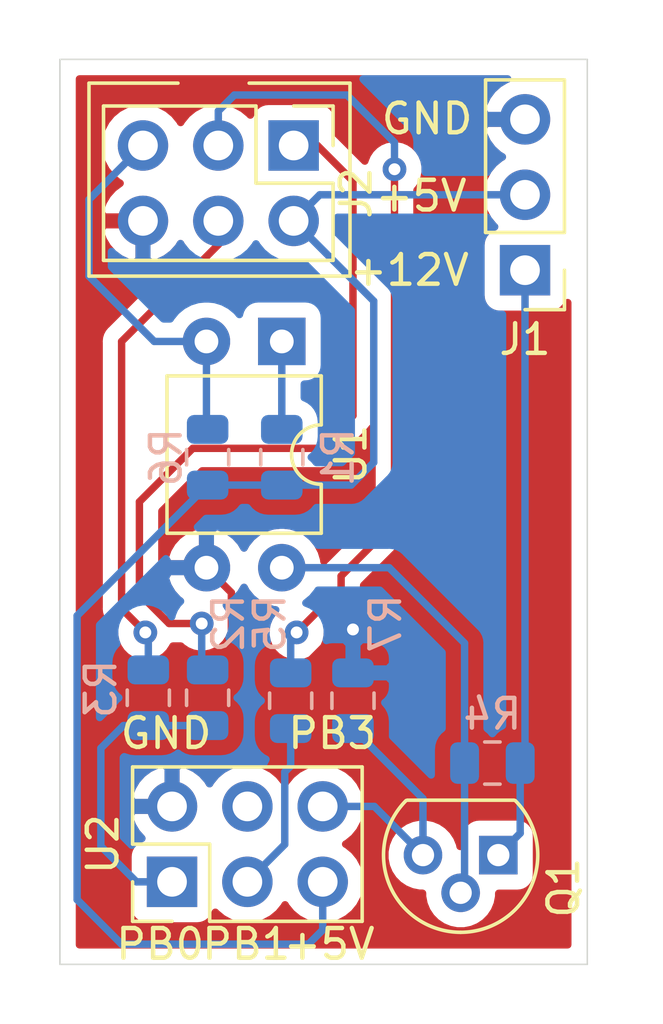
<source format=kicad_pcb>
(kicad_pcb (version 20171130) (host pcbnew "(5.1.2)-1")

  (general
    (thickness 1.6)
    (drawings 17)
    (tracks 85)
    (zones 0)
    (modules 12)
    (nets 14)
  )

  (page A4)
  (layers
    (0 F.Cu signal)
    (31 B.Cu signal)
    (32 B.Adhes user)
    (33 F.Adhes user)
    (34 B.Paste user)
    (35 F.Paste user)
    (36 B.SilkS user)
    (37 F.SilkS user)
    (38 B.Mask user)
    (39 F.Mask user)
    (40 Dwgs.User user)
    (41 Cmts.User user)
    (42 Eco1.User user)
    (43 Eco2.User user)
    (44 Edge.Cuts user)
    (45 Margin user)
    (46 B.CrtYd user)
    (47 F.CrtYd user)
    (48 B.Fab user)
    (49 F.Fab user)
  )

  (setup
    (last_trace_width 0.2)
    (user_trace_width 0.2)
    (trace_clearance 0.2)
    (zone_clearance 0.508)
    (zone_45_only no)
    (trace_min 0.2)
    (via_size 0.8)
    (via_drill 0.4)
    (via_min_size 0.4)
    (via_min_drill 0.3)
    (user_via 0.51 0.3)
    (uvia_size 0.3)
    (uvia_drill 0.1)
    (uvias_allowed no)
    (uvia_min_size 0.2)
    (uvia_min_drill 0.1)
    (edge_width 0.05)
    (segment_width 0.2)
    (pcb_text_width 0.3)
    (pcb_text_size 1.5 1.5)
    (mod_edge_width 0.12)
    (mod_text_size 1 1)
    (mod_text_width 0.15)
    (pad_size 1.524 1.524)
    (pad_drill 0.762)
    (pad_to_mask_clearance 0.051)
    (solder_mask_min_width 0.25)
    (aux_axis_origin 0 0)
    (visible_elements FFFFFF7F)
    (pcbplotparams
      (layerselection 0x010fc_ffffffff)
      (usegerberextensions false)
      (usegerberattributes false)
      (usegerberadvancedattributes false)
      (creategerberjobfile false)
      (excludeedgelayer true)
      (linewidth 0.100000)
      (plotframeref false)
      (viasonmask false)
      (mode 1)
      (useauxorigin false)
      (hpglpennumber 1)
      (hpglpenspeed 20)
      (hpglpendiameter 15.000000)
      (psnegative false)
      (psa4output false)
      (plotreference true)
      (plotvalue true)
      (plotinvisibletext false)
      (padsonsilk false)
      (subtractmaskfromsilk false)
      (outputformat 1)
      (mirror false)
      (drillshape 1)
      (scaleselection 1)
      (outputdirectory ""))
  )

  (net 0 "")
  (net 1 GND)
  (net 2 +5V)
  (net 3 +12V)
  (net 4 "Net-(J2-Pad5)")
  (net 5 "Net-(J2-Pad4)")
  (net 6 "Net-(J2-Pad3)")
  (net 7 "Net-(J2-Pad1)")
  (net 8 "Net-(Q1-Pad3)")
  (net 9 "Net-(Q1-Pad2)")
  (net 10 "Net-(R1-Pad1)")
  (net 11 "Net-(R2-Pad1)")
  (net 12 "Net-(R5-Pad1)")
  (net 13 "Net-(U2-Pad4)")

  (net_class Default "This is the default net class."
    (clearance 0.2)
    (trace_width 0.25)
    (via_dia 0.8)
    (via_drill 0.4)
    (uvia_dia 0.3)
    (uvia_drill 0.1)
    (add_net +12V)
    (add_net +5V)
    (add_net GND)
    (add_net "Net-(J2-Pad1)")
    (add_net "Net-(J2-Pad3)")
    (add_net "Net-(J2-Pad4)")
    (add_net "Net-(J2-Pad5)")
    (add_net "Net-(Q1-Pad2)")
    (add_net "Net-(Q1-Pad3)")
    (add_net "Net-(R1-Pad1)")
    (add_net "Net-(R2-Pad1)")
    (add_net "Net-(R5-Pad1)")
    (add_net "Net-(U2-Pad4)")
  )

  (module Resistor_SMD:R_0805_2012Metric (layer B.Cu) (tedit 5B36C52B) (tstamp 5D87B241)
    (at 165 102.3 90)
    (descr "Resistor SMD 0805 (2012 Metric), square (rectangular) end terminal, IPC_7351 nominal, (Body size source: https://docs.google.com/spreadsheets/d/1BsfQQcO9C6DZCsRaXUlFlo91Tg2WpOkGARC1WS5S8t0/edit?usp=sharing), generated with kicad-footprint-generator")
    (tags resistor)
    (path /5D8534B5)
    (attr smd)
    (fp_text reference R6 (at 0 -1.4 90) (layer B.SilkS)
      (effects (font (size 1 1) (thickness 0.15)) (justify mirror))
    )
    (fp_text value 10kR (at 0 -1.65 90) (layer B.Fab)
      (effects (font (size 1 1) (thickness 0.15)) (justify mirror))
    )
    (fp_text user %R (at 0 0 90) (layer B.Fab)
      (effects (font (size 0.5 0.5) (thickness 0.08)) (justify mirror))
    )
    (fp_line (start 1.68 -0.95) (end -1.68 -0.95) (layer B.CrtYd) (width 0.05))
    (fp_line (start 1.68 0.95) (end 1.68 -0.95) (layer B.CrtYd) (width 0.05))
    (fp_line (start -1.68 0.95) (end 1.68 0.95) (layer B.CrtYd) (width 0.05))
    (fp_line (start -1.68 -0.95) (end -1.68 0.95) (layer B.CrtYd) (width 0.05))
    (fp_line (start -0.258578 -0.71) (end 0.258578 -0.71) (layer B.SilkS) (width 0.12))
    (fp_line (start -0.258578 0.71) (end 0.258578 0.71) (layer B.SilkS) (width 0.12))
    (fp_line (start 1 -0.6) (end -1 -0.6) (layer B.Fab) (width 0.1))
    (fp_line (start 1 0.6) (end 1 -0.6) (layer B.Fab) (width 0.1))
    (fp_line (start -1 0.6) (end 1 0.6) (layer B.Fab) (width 0.1))
    (fp_line (start -1 -0.6) (end -1 0.6) (layer B.Fab) (width 0.1))
    (pad 2 smd roundrect (at 0.9375 0 90) (size 0.975 1.4) (layers B.Cu B.Paste B.Mask) (roundrect_rratio 0.25)
      (net 4 "Net-(J2-Pad5)"))
    (pad 1 smd roundrect (at -0.9375 0 90) (size 0.975 1.4) (layers B.Cu B.Paste B.Mask) (roundrect_rratio 0.25)
      (net 2 +5V))
    (model ${KISYS3DMOD}/Resistor_SMD.3dshapes/R_0805_2012Metric.wrl
      (at (xyz 0 0 0))
      (scale (xyz 1 1 1))
      (rotate (xyz 0 0 0))
    )
  )

  (module Connector_PinHeader_2.54mm:PinHeader_2x03_P2.54mm_Vertical (layer F.Cu) (tedit 59FED5CC) (tstamp 5D87B286)
    (at 163.8 116.6 90)
    (descr "Through hole straight pin header, 2x03, 2.54mm pitch, double rows")
    (tags "Through hole pin header THT 2x03 2.54mm double row")
    (path /5D838E17)
    (fp_text reference U2 (at 1.27 -2.33 90) (layer F.SilkS)
      (effects (font (size 1 1) (thickness 0.15)))
    )
    (fp_text value ATtiny10-TS (at 1.27 7.41 90) (layer F.Fab)
      (effects (font (size 1 1) (thickness 0.15)))
    )
    (fp_text user %R (at 1.27 2.54) (layer F.Fab)
      (effects (font (size 1 1) (thickness 0.15)))
    )
    (fp_line (start 4.35 -1.8) (end -1.8 -1.8) (layer F.CrtYd) (width 0.05))
    (fp_line (start 4.35 6.85) (end 4.35 -1.8) (layer F.CrtYd) (width 0.05))
    (fp_line (start -1.8 6.85) (end 4.35 6.85) (layer F.CrtYd) (width 0.05))
    (fp_line (start -1.8 -1.8) (end -1.8 6.85) (layer F.CrtYd) (width 0.05))
    (fp_line (start -1.33 -1.33) (end 0 -1.33) (layer F.SilkS) (width 0.12))
    (fp_line (start -1.33 0) (end -1.33 -1.33) (layer F.SilkS) (width 0.12))
    (fp_line (start 1.27 -1.33) (end 3.87 -1.33) (layer F.SilkS) (width 0.12))
    (fp_line (start 1.27 1.27) (end 1.27 -1.33) (layer F.SilkS) (width 0.12))
    (fp_line (start -1.33 1.27) (end 1.27 1.27) (layer F.SilkS) (width 0.12))
    (fp_line (start 3.87 -1.33) (end 3.87 6.41) (layer F.SilkS) (width 0.12))
    (fp_line (start -1.33 1.27) (end -1.33 6.41) (layer F.SilkS) (width 0.12))
    (fp_line (start -1.33 6.41) (end 3.87 6.41) (layer F.SilkS) (width 0.12))
    (fp_line (start -1.27 0) (end 0 -1.27) (layer F.Fab) (width 0.1))
    (fp_line (start -1.27 6.35) (end -1.27 0) (layer F.Fab) (width 0.1))
    (fp_line (start 3.81 6.35) (end -1.27 6.35) (layer F.Fab) (width 0.1))
    (fp_line (start 3.81 -1.27) (end 3.81 6.35) (layer F.Fab) (width 0.1))
    (fp_line (start 0 -1.27) (end 3.81 -1.27) (layer F.Fab) (width 0.1))
    (pad 6 thru_hole oval (at 2.54 5.08 90) (size 1.7 1.7) (drill 1) (layers *.Cu *.Mask)
      (net 8 "Net-(Q1-Pad3)"))
    (pad 5 thru_hole oval (at 0 5.08 90) (size 1.7 1.7) (drill 1) (layers *.Cu *.Mask)
      (net 2 +5V))
    (pad 4 thru_hole oval (at 2.54 2.54 90) (size 1.7 1.7) (drill 1) (layers *.Cu *.Mask)
      (net 13 "Net-(U2-Pad4)"))
    (pad 3 thru_hole oval (at 0 2.54 90) (size 1.7 1.7) (drill 1) (layers *.Cu *.Mask)
      (net 12 "Net-(R5-Pad1)"))
    (pad 2 thru_hole oval (at 2.54 0 90) (size 1.7 1.7) (drill 1) (layers *.Cu *.Mask)
      (net 1 GND))
    (pad 1 thru_hole rect (at 0 0 90) (size 1.7 1.7) (drill 1) (layers *.Cu *.Mask)
      (net 11 "Net-(R2-Pad1)"))
    (model ${KISYS3DMOD}/Connector_PinHeader_2.54mm.3dshapes/PinHeader_2x03_P2.54mm_Vertical.wrl
      (at (xyz 0 0 0))
      (scale (xyz 1 1 1))
      (rotate (xyz 0 0 0))
    )
  )

  (module Package_DIP:DIP-4_W7.62mm (layer F.Cu) (tedit 5A02E8C5) (tstamp 5D87B26A)
    (at 167.5 98.4 270)
    (descr "4-lead though-hole mounted DIP package, row spacing 7.62 mm (300 mils)")
    (tags "THT DIP DIL PDIP 2.54mm 7.62mm 300mil")
    (path /5D876453)
    (fp_text reference U1 (at 3.81 -2.33 90) (layer F.SilkS)
      (effects (font (size 1 1) (thickness 0.15)))
    )
    (fp_text value SFH617A-1 (at 3.81 4.87 90) (layer F.Fab)
      (effects (font (size 1 1) (thickness 0.15)))
    )
    (fp_text user %R (at 3.81 1.27 90) (layer F.Fab)
      (effects (font (size 1 1) (thickness 0.15)))
    )
    (fp_line (start 8.7 -1.55) (end -1.1 -1.55) (layer F.CrtYd) (width 0.05))
    (fp_line (start 8.7 4.1) (end 8.7 -1.55) (layer F.CrtYd) (width 0.05))
    (fp_line (start -1.1 4.1) (end 8.7 4.1) (layer F.CrtYd) (width 0.05))
    (fp_line (start -1.1 -1.55) (end -1.1 4.1) (layer F.CrtYd) (width 0.05))
    (fp_line (start 6.46 -1.33) (end 4.81 -1.33) (layer F.SilkS) (width 0.12))
    (fp_line (start 6.46 3.87) (end 6.46 -1.33) (layer F.SilkS) (width 0.12))
    (fp_line (start 1.16 3.87) (end 6.46 3.87) (layer F.SilkS) (width 0.12))
    (fp_line (start 1.16 -1.33) (end 1.16 3.87) (layer F.SilkS) (width 0.12))
    (fp_line (start 2.81 -1.33) (end 1.16 -1.33) (layer F.SilkS) (width 0.12))
    (fp_line (start 0.635 -0.27) (end 1.635 -1.27) (layer F.Fab) (width 0.1))
    (fp_line (start 0.635 3.81) (end 0.635 -0.27) (layer F.Fab) (width 0.1))
    (fp_line (start 6.985 3.81) (end 0.635 3.81) (layer F.Fab) (width 0.1))
    (fp_line (start 6.985 -1.27) (end 6.985 3.81) (layer F.Fab) (width 0.1))
    (fp_line (start 1.635 -1.27) (end 6.985 -1.27) (layer F.Fab) (width 0.1))
    (fp_arc (start 3.81 -1.33) (end 2.81 -1.33) (angle -180) (layer F.SilkS) (width 0.12))
    (pad 4 thru_hole oval (at 7.62 0 270) (size 1.6 1.6) (drill 0.8) (layers *.Cu *.Mask)
      (net 9 "Net-(Q1-Pad2)"))
    (pad 2 thru_hole oval (at 0 2.54 270) (size 1.6 1.6) (drill 0.8) (layers *.Cu *.Mask)
      (net 4 "Net-(J2-Pad5)"))
    (pad 3 thru_hole oval (at 7.62 2.54 270) (size 1.6 1.6) (drill 0.8) (layers *.Cu *.Mask)
      (net 1 GND))
    (pad 1 thru_hole rect (at 0 0 270) (size 1.6 1.6) (drill 0.8) (layers *.Cu *.Mask)
      (net 10 "Net-(R1-Pad1)"))
    (model ${KISYS3DMOD}/Package_DIP.3dshapes/DIP-4_W7.62mm.wrl
      (at (xyz 0 0 0))
      (scale (xyz 1 1 1))
      (rotate (xyz 0 0 0))
    )
  )

  (module Resistor_SMD:R_0805_2012Metric (layer B.Cu) (tedit 5B36C52B) (tstamp 5D87B252)
    (at 169.9 110.5 270)
    (descr "Resistor SMD 0805 (2012 Metric), square (rectangular) end terminal, IPC_7351 nominal, (Body size source: https://docs.google.com/spreadsheets/d/1BsfQQcO9C6DZCsRaXUlFlo91Tg2WpOkGARC1WS5S8t0/edit?usp=sharing), generated with kicad-footprint-generator")
    (tags resistor)
    (path /5D855164)
    (attr smd)
    (fp_text reference R7 (at -2.6 -1.1 270) (layer B.SilkS)
      (effects (font (size 1 1) (thickness 0.15)) (justify mirror))
    )
    (fp_text value 10kR (at 0 -1.65 270) (layer B.Fab)
      (effects (font (size 1 1) (thickness 0.15)) (justify mirror))
    )
    (fp_text user %R (at 0 0 270) (layer B.Fab)
      (effects (font (size 0.5 0.5) (thickness 0.08)) (justify mirror))
    )
    (fp_line (start 1.68 -0.95) (end -1.68 -0.95) (layer B.CrtYd) (width 0.05))
    (fp_line (start 1.68 0.95) (end 1.68 -0.95) (layer B.CrtYd) (width 0.05))
    (fp_line (start -1.68 0.95) (end 1.68 0.95) (layer B.CrtYd) (width 0.05))
    (fp_line (start -1.68 -0.95) (end -1.68 0.95) (layer B.CrtYd) (width 0.05))
    (fp_line (start -0.258578 -0.71) (end 0.258578 -0.71) (layer B.SilkS) (width 0.12))
    (fp_line (start -0.258578 0.71) (end 0.258578 0.71) (layer B.SilkS) (width 0.12))
    (fp_line (start 1 -0.6) (end -1 -0.6) (layer B.Fab) (width 0.1))
    (fp_line (start 1 0.6) (end 1 -0.6) (layer B.Fab) (width 0.1))
    (fp_line (start -1 0.6) (end 1 0.6) (layer B.Fab) (width 0.1))
    (fp_line (start -1 -0.6) (end -1 0.6) (layer B.Fab) (width 0.1))
    (pad 2 smd roundrect (at 0.9375 0 270) (size 0.975 1.4) (layers B.Cu B.Paste B.Mask) (roundrect_rratio 0.25)
      (net 8 "Net-(Q1-Pad3)"))
    (pad 1 smd roundrect (at -0.9375 0 270) (size 0.975 1.4) (layers B.Cu B.Paste B.Mask) (roundrect_rratio 0.25)
      (net 1 GND))
    (model ${KISYS3DMOD}/Resistor_SMD.3dshapes/R_0805_2012Metric.wrl
      (at (xyz 0 0 0))
      (scale (xyz 1 1 1))
      (rotate (xyz 0 0 0))
    )
  )

  (module Resistor_SMD:R_0805_2012Metric (layer B.Cu) (tedit 5B36C52B) (tstamp 5D87B230)
    (at 167.8 110.5 90)
    (descr "Resistor SMD 0805 (2012 Metric), square (rectangular) end terminal, IPC_7351 nominal, (Body size source: https://docs.google.com/spreadsheets/d/1BsfQQcO9C6DZCsRaXUlFlo91Tg2WpOkGARC1WS5S8t0/edit?usp=sharing), generated with kicad-footprint-generator")
    (tags resistor)
    (path /5D83286D)
    (attr smd)
    (fp_text reference R5 (at 2.6 -0.7 90) (layer B.SilkS)
      (effects (font (size 1 1) (thickness 0.15)) (justify mirror))
    )
    (fp_text value 10kR (at 0 -1.65 90) (layer B.Fab)
      (effects (font (size 1 1) (thickness 0.15)) (justify mirror))
    )
    (fp_text user %R (at 0 0 90) (layer B.Fab)
      (effects (font (size 0.5 0.5) (thickness 0.08)) (justify mirror))
    )
    (fp_line (start 1.68 -0.95) (end -1.68 -0.95) (layer B.CrtYd) (width 0.05))
    (fp_line (start 1.68 0.95) (end 1.68 -0.95) (layer B.CrtYd) (width 0.05))
    (fp_line (start -1.68 0.95) (end 1.68 0.95) (layer B.CrtYd) (width 0.05))
    (fp_line (start -1.68 -0.95) (end -1.68 0.95) (layer B.CrtYd) (width 0.05))
    (fp_line (start -0.258578 -0.71) (end 0.258578 -0.71) (layer B.SilkS) (width 0.12))
    (fp_line (start -0.258578 0.71) (end 0.258578 0.71) (layer B.SilkS) (width 0.12))
    (fp_line (start 1 -0.6) (end -1 -0.6) (layer B.Fab) (width 0.1))
    (fp_line (start 1 0.6) (end 1 -0.6) (layer B.Fab) (width 0.1))
    (fp_line (start -1 0.6) (end 1 0.6) (layer B.Fab) (width 0.1))
    (fp_line (start -1 -0.6) (end -1 0.6) (layer B.Fab) (width 0.1))
    (pad 2 smd roundrect (at 0.9375 0 90) (size 0.975 1.4) (layers B.Cu B.Paste B.Mask) (roundrect_rratio 0.25)
      (net 6 "Net-(J2-Pad3)"))
    (pad 1 smd roundrect (at -0.9375 0 90) (size 0.975 1.4) (layers B.Cu B.Paste B.Mask) (roundrect_rratio 0.25)
      (net 12 "Net-(R5-Pad1)"))
    (model ${KISYS3DMOD}/Resistor_SMD.3dshapes/R_0805_2012Metric.wrl
      (at (xyz 0 0 0))
      (scale (xyz 1 1 1))
      (rotate (xyz 0 0 0))
    )
  )

  (module Resistor_SMD:R_0805_2012Metric (layer B.Cu) (tedit 5B36C52B) (tstamp 5D87B21F)
    (at 174.6 112.6 180)
    (descr "Resistor SMD 0805 (2012 Metric), square (rectangular) end terminal, IPC_7351 nominal, (Body size source: https://docs.google.com/spreadsheets/d/1BsfQQcO9C6DZCsRaXUlFlo91Tg2WpOkGARC1WS5S8t0/edit?usp=sharing), generated with kicad-footprint-generator")
    (tags resistor)
    (path /5D83B73D)
    (attr smd)
    (fp_text reference R4 (at 0 1.65) (layer B.SilkS)
      (effects (font (size 1 1) (thickness 0.15)) (justify mirror))
    )
    (fp_text value 10kR (at 0 -1.65) (layer B.Fab)
      (effects (font (size 1 1) (thickness 0.15)) (justify mirror))
    )
    (fp_text user %R (at 0 0) (layer B.Fab)
      (effects (font (size 0.5 0.5) (thickness 0.08)) (justify mirror))
    )
    (fp_line (start 1.68 -0.95) (end -1.68 -0.95) (layer B.CrtYd) (width 0.05))
    (fp_line (start 1.68 0.95) (end 1.68 -0.95) (layer B.CrtYd) (width 0.05))
    (fp_line (start -1.68 0.95) (end 1.68 0.95) (layer B.CrtYd) (width 0.05))
    (fp_line (start -1.68 -0.95) (end -1.68 0.95) (layer B.CrtYd) (width 0.05))
    (fp_line (start -0.258578 -0.71) (end 0.258578 -0.71) (layer B.SilkS) (width 0.12))
    (fp_line (start -0.258578 0.71) (end 0.258578 0.71) (layer B.SilkS) (width 0.12))
    (fp_line (start 1 -0.6) (end -1 -0.6) (layer B.Fab) (width 0.1))
    (fp_line (start 1 0.6) (end 1 -0.6) (layer B.Fab) (width 0.1))
    (fp_line (start -1 0.6) (end 1 0.6) (layer B.Fab) (width 0.1))
    (fp_line (start -1 -0.6) (end -1 0.6) (layer B.Fab) (width 0.1))
    (pad 2 smd roundrect (at 0.9375 0 180) (size 0.975 1.4) (layers B.Cu B.Paste B.Mask) (roundrect_rratio 0.25)
      (net 9 "Net-(Q1-Pad2)"))
    (pad 1 smd roundrect (at -0.9375 0 180) (size 0.975 1.4) (layers B.Cu B.Paste B.Mask) (roundrect_rratio 0.25)
      (net 3 +12V))
    (model ${KISYS3DMOD}/Resistor_SMD.3dshapes/R_0805_2012Metric.wrl
      (at (xyz 0 0 0))
      (scale (xyz 1 1 1))
      (rotate (xyz 0 0 0))
    )
  )

  (module Resistor_SMD:R_0805_2012Metric (layer B.Cu) (tedit 5B36C52B) (tstamp 5D87B20E)
    (at 163 110.4 90)
    (descr "Resistor SMD 0805 (2012 Metric), square (rectangular) end terminal, IPC_7351 nominal, (Body size source: https://docs.google.com/spreadsheets/d/1BsfQQcO9C6DZCsRaXUlFlo91Tg2WpOkGARC1WS5S8t0/edit?usp=sharing), generated with kicad-footprint-generator")
    (tags resistor)
    (path /5D83DECE)
    (attr smd)
    (fp_text reference R3 (at 0.3 -1.6 90) (layer B.SilkS)
      (effects (font (size 1 1) (thickness 0.15)) (justify mirror))
    )
    (fp_text value 10kR (at 0 -1.65 90) (layer B.Fab)
      (effects (font (size 1 1) (thickness 0.15)) (justify mirror))
    )
    (fp_text user %R (at 0 0 90) (layer B.Fab)
      (effects (font (size 0.5 0.5) (thickness 0.08)) (justify mirror))
    )
    (fp_line (start 1.68 -0.95) (end -1.68 -0.95) (layer B.CrtYd) (width 0.05))
    (fp_line (start 1.68 0.95) (end 1.68 -0.95) (layer B.CrtYd) (width 0.05))
    (fp_line (start -1.68 0.95) (end 1.68 0.95) (layer B.CrtYd) (width 0.05))
    (fp_line (start -1.68 -0.95) (end -1.68 0.95) (layer B.CrtYd) (width 0.05))
    (fp_line (start -0.258578 -0.71) (end 0.258578 -0.71) (layer B.SilkS) (width 0.12))
    (fp_line (start -0.258578 0.71) (end 0.258578 0.71) (layer B.SilkS) (width 0.12))
    (fp_line (start 1 -0.6) (end -1 -0.6) (layer B.Fab) (width 0.1))
    (fp_line (start 1 0.6) (end 1 -0.6) (layer B.Fab) (width 0.1))
    (fp_line (start -1 0.6) (end 1 0.6) (layer B.Fab) (width 0.1))
    (fp_line (start -1 -0.6) (end -1 0.6) (layer B.Fab) (width 0.1))
    (pad 2 smd roundrect (at 0.9375 0 90) (size 0.975 1.4) (layers B.Cu B.Paste B.Mask) (roundrect_rratio 0.25)
      (net 5 "Net-(J2-Pad4)"))
    (pad 1 smd roundrect (at -0.9375 0 90) (size 0.975 1.4) (layers B.Cu B.Paste B.Mask) (roundrect_rratio 0.25)
      (net 11 "Net-(R2-Pad1)"))
    (model ${KISYS3DMOD}/Resistor_SMD.3dshapes/R_0805_2012Metric.wrl
      (at (xyz 0 0 0))
      (scale (xyz 1 1 1))
      (rotate (xyz 0 0 0))
    )
  )

  (module Resistor_SMD:R_0805_2012Metric (layer B.Cu) (tedit 5B36C52B) (tstamp 5D87B1FD)
    (at 165 110.4 90)
    (descr "Resistor SMD 0805 (2012 Metric), square (rectangular) end terminal, IPC_7351 nominal, (Body size source: https://docs.google.com/spreadsheets/d/1BsfQQcO9C6DZCsRaXUlFlo91Tg2WpOkGARC1WS5S8t0/edit?usp=sharing), generated with kicad-footprint-generator")
    (tags resistor)
    (path /5D83D49B)
    (attr smd)
    (fp_text reference R2 (at 2.5 0.7 90) (layer B.SilkS)
      (effects (font (size 1 1) (thickness 0.15)) (justify mirror))
    )
    (fp_text value 10kR (at 0 -1.65 90) (layer B.Fab)
      (effects (font (size 1 1) (thickness 0.15)) (justify mirror))
    )
    (fp_text user %R (at 0 0 90) (layer B.Fab)
      (effects (font (size 0.5 0.5) (thickness 0.08)) (justify mirror))
    )
    (fp_line (start 1.68 -0.95) (end -1.68 -0.95) (layer B.CrtYd) (width 0.05))
    (fp_line (start 1.68 0.95) (end 1.68 -0.95) (layer B.CrtYd) (width 0.05))
    (fp_line (start -1.68 0.95) (end 1.68 0.95) (layer B.CrtYd) (width 0.05))
    (fp_line (start -1.68 -0.95) (end -1.68 0.95) (layer B.CrtYd) (width 0.05))
    (fp_line (start -0.258578 -0.71) (end 0.258578 -0.71) (layer B.SilkS) (width 0.12))
    (fp_line (start -0.258578 0.71) (end 0.258578 0.71) (layer B.SilkS) (width 0.12))
    (fp_line (start 1 -0.6) (end -1 -0.6) (layer B.Fab) (width 0.1))
    (fp_line (start 1 0.6) (end 1 -0.6) (layer B.Fab) (width 0.1))
    (fp_line (start -1 0.6) (end 1 0.6) (layer B.Fab) (width 0.1))
    (fp_line (start -1 -0.6) (end -1 0.6) (layer B.Fab) (width 0.1))
    (pad 2 smd roundrect (at 0.9375 0 90) (size 0.975 1.4) (layers B.Cu B.Paste B.Mask) (roundrect_rratio 0.25)
      (net 7 "Net-(J2-Pad1)"))
    (pad 1 smd roundrect (at -0.9375 0 90) (size 0.975 1.4) (layers B.Cu B.Paste B.Mask) (roundrect_rratio 0.25)
      (net 11 "Net-(R2-Pad1)"))
    (model ${KISYS3DMOD}/Resistor_SMD.3dshapes/R_0805_2012Metric.wrl
      (at (xyz 0 0 0))
      (scale (xyz 1 1 1))
      (rotate (xyz 0 0 0))
    )
  )

  (module Resistor_SMD:R_0805_2012Metric (layer B.Cu) (tedit 5B36C52B) (tstamp 5D87B1EC)
    (at 167.5 102.3 270)
    (descr "Resistor SMD 0805 (2012 Metric), square (rectangular) end terminal, IPC_7351 nominal, (Body size source: https://docs.google.com/spreadsheets/d/1BsfQQcO9C6DZCsRaXUlFlo91Tg2WpOkGARC1WS5S8t0/edit?usp=sharing), generated with kicad-footprint-generator")
    (tags resistor)
    (path /5D82FF76)
    (attr smd)
    (fp_text reference R1 (at 0 -1.9 270) (layer B.SilkS)
      (effects (font (size 1 1) (thickness 0.15)) (justify mirror))
    )
    (fp_text value 220R (at 0 -1.65 90) (layer B.Fab)
      (effects (font (size 1 1) (thickness 0.15)) (justify mirror))
    )
    (fp_text user %R (at 0 0 90) (layer B.Fab)
      (effects (font (size 0.5 0.5) (thickness 0.08)) (justify mirror))
    )
    (fp_line (start 1.68 -0.95) (end -1.68 -0.95) (layer B.CrtYd) (width 0.05))
    (fp_line (start 1.68 0.95) (end 1.68 -0.95) (layer B.CrtYd) (width 0.05))
    (fp_line (start -1.68 0.95) (end 1.68 0.95) (layer B.CrtYd) (width 0.05))
    (fp_line (start -1.68 -0.95) (end -1.68 0.95) (layer B.CrtYd) (width 0.05))
    (fp_line (start -0.258578 -0.71) (end 0.258578 -0.71) (layer B.SilkS) (width 0.12))
    (fp_line (start -0.258578 0.71) (end 0.258578 0.71) (layer B.SilkS) (width 0.12))
    (fp_line (start 1 -0.6) (end -1 -0.6) (layer B.Fab) (width 0.1))
    (fp_line (start 1 0.6) (end 1 -0.6) (layer B.Fab) (width 0.1))
    (fp_line (start -1 0.6) (end 1 0.6) (layer B.Fab) (width 0.1))
    (fp_line (start -1 -0.6) (end -1 0.6) (layer B.Fab) (width 0.1))
    (pad 2 smd roundrect (at 0.9375 0 270) (size 0.975 1.4) (layers B.Cu B.Paste B.Mask) (roundrect_rratio 0.25)
      (net 2 +5V))
    (pad 1 smd roundrect (at -0.9375 0 270) (size 0.975 1.4) (layers B.Cu B.Paste B.Mask) (roundrect_rratio 0.25)
      (net 10 "Net-(R1-Pad1)"))
    (model ${KISYS3DMOD}/Resistor_SMD.3dshapes/R_0805_2012Metric.wrl
      (at (xyz 0 0 0))
      (scale (xyz 1 1 1))
      (rotate (xyz 0 0 0))
    )
  )

  (module Package_TO_SOT_THT:TO-92 (layer F.Cu) (tedit 5A279852) (tstamp 5D87B1DB)
    (at 174.8 115.7 180)
    (descr "TO-92 leads molded, narrow, drill 0.75mm (see NXP sot054_po.pdf)")
    (tags "to-92 sc-43 sc-43a sot54 PA33 transistor")
    (path /5D8479CD)
    (fp_text reference Q1 (at -2.2 -1.1 90) (layer F.SilkS)
      (effects (font (size 1 1) (thickness 0.15)))
    )
    (fp_text value Q_PNP_EBC (at 1.27 2.79) (layer F.Fab)
      (effects (font (size 1 1) (thickness 0.15)))
    )
    (fp_arc (start 1.27 0) (end 1.27 -2.6) (angle 135) (layer F.SilkS) (width 0.12))
    (fp_arc (start 1.27 0) (end 1.27 -2.48) (angle -135) (layer F.Fab) (width 0.1))
    (fp_arc (start 1.27 0) (end 1.27 -2.6) (angle -135) (layer F.SilkS) (width 0.12))
    (fp_arc (start 1.27 0) (end 1.27 -2.48) (angle 135) (layer F.Fab) (width 0.1))
    (fp_line (start 4 2.01) (end -1.46 2.01) (layer F.CrtYd) (width 0.05))
    (fp_line (start 4 2.01) (end 4 -2.73) (layer F.CrtYd) (width 0.05))
    (fp_line (start -1.46 -2.73) (end -1.46 2.01) (layer F.CrtYd) (width 0.05))
    (fp_line (start -1.46 -2.73) (end 4 -2.73) (layer F.CrtYd) (width 0.05))
    (fp_line (start -0.5 1.75) (end 3 1.75) (layer F.Fab) (width 0.1))
    (fp_line (start -0.53 1.85) (end 3.07 1.85) (layer F.SilkS) (width 0.12))
    (fp_text user %R (at 1.27 -3.56) (layer F.Fab)
      (effects (font (size 1 1) (thickness 0.15)))
    )
    (pad 1 thru_hole rect (at 0 0 270) (size 1.3 1.3) (drill 0.75) (layers *.Cu *.Mask)
      (net 3 +12V))
    (pad 3 thru_hole circle (at 2.54 0 270) (size 1.3 1.3) (drill 0.75) (layers *.Cu *.Mask)
      (net 8 "Net-(Q1-Pad3)"))
    (pad 2 thru_hole circle (at 1.27 -1.27 270) (size 1.3 1.3) (drill 0.75) (layers *.Cu *.Mask)
      (net 9 "Net-(Q1-Pad2)"))
    (model ${KISYS3DMOD}/Package_TO_SOT_THT.3dshapes/TO-92.wrl
      (at (xyz 0 0 0))
      (scale (xyz 1 1 1))
      (rotate (xyz 0 0 0))
    )
  )

  (module Connector_PinHeader_2.54mm:PinHeader_2x03_P2.54mm_Vertical (layer F.Cu) (tedit 59FED5CC) (tstamp 5D87B1C9)
    (at 167.9 91.8 270)
    (descr "Through hole straight pin header, 2x03, 2.54mm pitch, double rows")
    (tags "Through hole pin header THT 2x03 2.54mm double row")
    (path /5D830D79)
    (fp_text reference J2 (at 1.6 -2.1 270) (layer F.SilkS)
      (effects (font (size 1 1) (thickness 0.15)))
    )
    (fp_text value AVR-ISP-6 (at 1.27 7.41 90) (layer F.Fab)
      (effects (font (size 1 1) (thickness 0.15)))
    )
    (fp_text user %R (at 1.27 2.54) (layer F.Fab)
      (effects (font (size 1 1) (thickness 0.15)))
    )
    (fp_line (start 4.35 -1.8) (end -1.8 -1.8) (layer F.CrtYd) (width 0.05))
    (fp_line (start 4.35 6.85) (end 4.35 -1.8) (layer F.CrtYd) (width 0.05))
    (fp_line (start -1.8 6.85) (end 4.35 6.85) (layer F.CrtYd) (width 0.05))
    (fp_line (start -1.8 -1.8) (end -1.8 6.85) (layer F.CrtYd) (width 0.05))
    (fp_line (start -1.33 -1.33) (end 0 -1.33) (layer F.SilkS) (width 0.12))
    (fp_line (start -1.33 0) (end -1.33 -1.33) (layer F.SilkS) (width 0.12))
    (fp_line (start 1.27 -1.33) (end 3.87 -1.33) (layer F.SilkS) (width 0.12))
    (fp_line (start 1.27 1.27) (end 1.27 -1.33) (layer F.SilkS) (width 0.12))
    (fp_line (start -1.33 1.27) (end 1.27 1.27) (layer F.SilkS) (width 0.12))
    (fp_line (start 3.87 -1.33) (end 3.87 6.41) (layer F.SilkS) (width 0.12))
    (fp_line (start -1.33 1.27) (end -1.33 6.41) (layer F.SilkS) (width 0.12))
    (fp_line (start -1.33 6.41) (end 3.87 6.41) (layer F.SilkS) (width 0.12))
    (fp_line (start -1.27 0) (end 0 -1.27) (layer F.Fab) (width 0.1))
    (fp_line (start -1.27 6.35) (end -1.27 0) (layer F.Fab) (width 0.1))
    (fp_line (start 3.81 6.35) (end -1.27 6.35) (layer F.Fab) (width 0.1))
    (fp_line (start 3.81 -1.27) (end 3.81 6.35) (layer F.Fab) (width 0.1))
    (fp_line (start 0 -1.27) (end 3.81 -1.27) (layer F.Fab) (width 0.1))
    (pad 6 thru_hole oval (at 2.54 5.08 270) (size 1.7 1.7) (drill 1) (layers *.Cu *.Mask)
      (net 1 GND))
    (pad 5 thru_hole oval (at 0 5.08 270) (size 1.7 1.7) (drill 1) (layers *.Cu *.Mask)
      (net 4 "Net-(J2-Pad5)"))
    (pad 4 thru_hole oval (at 2.54 2.54 270) (size 1.7 1.7) (drill 1) (layers *.Cu *.Mask)
      (net 5 "Net-(J2-Pad4)"))
    (pad 3 thru_hole oval (at 0 2.54 270) (size 1.7 1.7) (drill 1) (layers *.Cu *.Mask)
      (net 6 "Net-(J2-Pad3)"))
    (pad 2 thru_hole oval (at 2.54 0 270) (size 1.7 1.7) (drill 1) (layers *.Cu *.Mask)
      (net 2 +5V))
    (pad 1 thru_hole rect (at 0 0 270) (size 1.7 1.7) (drill 1) (layers *.Cu *.Mask)
      (net 7 "Net-(J2-Pad1)"))
    (model ${KISYS3DMOD}/Connector_PinHeader_2.54mm.3dshapes/PinHeader_2x03_P2.54mm_Vertical.wrl
      (at (xyz 0 0 0))
      (scale (xyz 1 1 1))
      (rotate (xyz 0 0 0))
    )
  )

  (module Connector_PinHeader_2.54mm:PinHeader_1x03_P2.54mm_Vertical (layer F.Cu) (tedit 59FED5CC) (tstamp 5D87B1AD)
    (at 175.7 96 180)
    (descr "Through hole straight pin header, 1x03, 2.54mm pitch, single row")
    (tags "Through hole pin header THT 1x03 2.54mm single row")
    (path /5D82E139)
    (fp_text reference J1 (at 0 -2.33) (layer F.SilkS)
      (effects (font (size 1 1) (thickness 0.15)))
    )
    (fp_text value Conn_01x03 (at 0 7.41) (layer F.Fab)
      (effects (font (size 1 1) (thickness 0.15)))
    )
    (fp_text user %R (at 0 2.54 90) (layer F.Fab)
      (effects (font (size 1 1) (thickness 0.15)))
    )
    (fp_line (start 1.8 -1.8) (end -1.8 -1.8) (layer F.CrtYd) (width 0.05))
    (fp_line (start 1.8 6.85) (end 1.8 -1.8) (layer F.CrtYd) (width 0.05))
    (fp_line (start -1.8 6.85) (end 1.8 6.85) (layer F.CrtYd) (width 0.05))
    (fp_line (start -1.8 -1.8) (end -1.8 6.85) (layer F.CrtYd) (width 0.05))
    (fp_line (start -1.33 -1.33) (end 0 -1.33) (layer F.SilkS) (width 0.12))
    (fp_line (start -1.33 0) (end -1.33 -1.33) (layer F.SilkS) (width 0.12))
    (fp_line (start -1.33 1.27) (end 1.33 1.27) (layer F.SilkS) (width 0.12))
    (fp_line (start 1.33 1.27) (end 1.33 6.41) (layer F.SilkS) (width 0.12))
    (fp_line (start -1.33 1.27) (end -1.33 6.41) (layer F.SilkS) (width 0.12))
    (fp_line (start -1.33 6.41) (end 1.33 6.41) (layer F.SilkS) (width 0.12))
    (fp_line (start -1.27 -0.635) (end -0.635 -1.27) (layer F.Fab) (width 0.1))
    (fp_line (start -1.27 6.35) (end -1.27 -0.635) (layer F.Fab) (width 0.1))
    (fp_line (start 1.27 6.35) (end -1.27 6.35) (layer F.Fab) (width 0.1))
    (fp_line (start 1.27 -1.27) (end 1.27 6.35) (layer F.Fab) (width 0.1))
    (fp_line (start -0.635 -1.27) (end 1.27 -1.27) (layer F.Fab) (width 0.1))
    (pad 3 thru_hole oval (at 0 5.08 180) (size 1.7 1.7) (drill 1) (layers *.Cu *.Mask)
      (net 1 GND))
    (pad 2 thru_hole oval (at 0 2.54 180) (size 1.7 1.7) (drill 1) (layers *.Cu *.Mask)
      (net 2 +5V))
    (pad 1 thru_hole rect (at 0 0 180) (size 1.7 1.7) (drill 1) (layers *.Cu *.Mask)
      (net 3 +12V))
    (model ${KISYS3DMOD}/Connector_PinHeader_2.54mm.3dshapes/PinHeader_1x03_P2.54mm_Vertical.wrl
      (at (xyz 0 0 0))
      (scale (xyz 1 1 1))
      (rotate (xyz 0 0 0))
    )
  )

  (gr_line (start 169.8 89.7) (end 166.4 89.7) (layer F.SilkS) (width 0.12))
  (gr_line (start 169.8 96.2) (end 169.8 89.7) (layer F.SilkS) (width 0.12))
  (gr_line (start 161 96.2) (end 169.8 96.2) (layer F.SilkS) (width 0.12))
  (gr_line (start 161 89.7) (end 161 96.2) (layer F.SilkS) (width 0.12))
  (gr_line (start 164 89.7) (end 161 89.7) (layer F.SilkS) (width 0.12))
  (gr_text PB3 (at 169.2 111.6) (layer F.SilkS)
    (effects (font (size 1 1) (thickness 0.15)))
  )
  (gr_text GND (at 163.6 111.6) (layer F.SilkS)
    (effects (font (size 1 1) (thickness 0.15)))
  )
  (gr_text PB0 (at 163.4 118.7) (layer F.SilkS)
    (effects (font (size 1 1) (thickness 0.15)))
  )
  (gr_text PB1 (at 166.3 118.7) (layer F.SilkS)
    (effects (font (size 1 1) (thickness 0.15)))
  )
  (gr_text +5V (at 169.1 118.7) (layer F.SilkS)
    (effects (font (size 1 1) (thickness 0.15)))
  )
  (gr_text +12V (at 171.8 96) (layer F.SilkS)
    (effects (font (size 1 1) (thickness 0.15)))
  )
  (gr_text +5V (at 172.2 93.5) (layer F.SilkS)
    (effects (font (size 1 1) (thickness 0.15)))
  )
  (gr_text GND (at 172.4 90.9) (layer F.SilkS)
    (effects (font (size 1 1) (thickness 0.15)))
  )
  (gr_line (start 177.8 88.9) (end 160.02 88.9) (layer Edge.Cuts) (width 0.05) (tstamp 5D87C5B4))
  (gr_line (start 177.8 119.38) (end 177.8 88.9) (layer Edge.Cuts) (width 0.05))
  (gr_line (start 160.02 119.38) (end 177.8 119.38) (layer Edge.Cuts) (width 0.05))
  (gr_line (start 160.02 88.9) (end 160.02 119.38) (layer Edge.Cuts) (width 0.05))

  (segment (start 165.8 106.86) (end 164.96 106.02) (width 0.25) (layer F.Cu) (net 1) (status 1000000))
  (segment (start 163.8 114.06) (end 163.8 112.1) (width 0.25) (layer F.Cu) (net 1) (status 1000000))
  (segment (start 163.8 112.1) (end 165.8 110.1) (width 0.25) (layer F.Cu) (net 1) (status 1000000))
  (segment (start 165.8 109.4) (end 165.8 106.86) (width 0.25) (layer F.Cu) (net 1) (status 1000000))
  (segment (start 165.8 110.1) (end 165.8 109.4) (width 0.25) (layer F.Cu) (net 1) (status 1000000))
  (segment (start 165.8 109.4) (end 168.2 109.4) (width 0.25) (layer F.Cu) (net 1) (status 1000000))
  (segment (start 169.5 108.1) (end 169.9 108.1) (width 0.25) (layer F.Cu) (net 1) (status 1000000))
  (segment (start 168.2 109.4) (end 169.5 108.1) (width 0.25) (layer F.Cu) (net 1) (status 1000000))
  (segment (start 169.9 108.1) (end 169.9 109.5625) (width 0.25) (layer B.Cu) (net 1) (status 1000000))
  (via (at 169.9 108.1) (size 0.8) (drill 0.4) (layers F.Cu B.Cu) (net 1))
  (segment (start 165 103.2375) (end 167.5 103.2375) (width 0.25) (layer B.Cu) (net 2))
  (segment (start 168.78 93.46) (end 167.9 94.34) (width 0.25) (layer B.Cu) (net 2))
  (segment (start 175.7 93.46) (end 168.78 93.46) (width 0.25) (layer B.Cu) (net 2))
  (segment (start 168.88 116.6) (end 168.88 118.22) (width 0.25) (layer B.Cu) (net 2))
  (segment (start 168.88 118.22) (end 168.4 118.7) (width 0.25) (layer B.Cu) (net 2))
  (segment (start 168.4 118.7) (end 162.1 118.7) (width 0.25) (layer B.Cu) (net 2))
  (segment (start 162.1 118.7) (end 160.6 117.2) (width 0.25) (layer B.Cu) (net 2))
  (segment (start 160.6 107.6375) (end 165 103.2375) (width 0.25) (layer B.Cu) (net 2))
  (segment (start 160.6 117.2) (end 160.6 107.6375) (width 0.25) (layer B.Cu) (net 2))
  (segment (start 167.5 103.2375) (end 169.8375 103.2375) (width 0.25) (layer B.Cu) (net 2))
  (segment (start 169.8375 103.2375) (end 170.6 102.475) (width 0.25) (layer B.Cu) (net 2))
  (segment (start 170.6 97.04) (end 167.9 94.34) (width 0.25) (layer B.Cu) (net 2))
  (segment (start 170.6 102.475) (end 170.6 97.04) (width 0.25) (layer B.Cu) (net 2))
  (segment (start 175.5375 114.9625) (end 174.8 115.7) (width 0.25) (layer B.Cu) (net 3))
  (segment (start 175.5375 112.6) (end 175.5375 114.9625) (width 0.25) (layer B.Cu) (net 3))
  (segment (start 175.7 112.4375) (end 175.5375 112.6) (width 0.25) (layer B.Cu) (net 3))
  (segment (start 175.7 96) (end 175.7 112.4375) (width 0.25) (layer B.Cu) (net 3))
  (segment (start 164.96 101.3225) (end 165 101.3625) (width 0.25) (layer B.Cu) (net 4))
  (segment (start 164.96 98.4) (end 164.96 101.3225) (width 0.25) (layer B.Cu) (net 4))
  (segment (start 164.96 98.4) (end 163.2 98.4) (width 0.25) (layer B.Cu) (net 4))
  (segment (start 163.2 98.4) (end 161 96.2) (width 0.25) (layer B.Cu) (net 4))
  (segment (start 161 93.62) (end 162.82 91.8) (width 0.25) (layer B.Cu) (net 4))
  (segment (start 161 96.2) (end 161 93.62) (width 0.25) (layer B.Cu) (net 4))
  (segment (start 165.36 94.34) (end 165.36 95.14) (width 0.25) (layer F.Cu) (net 5))
  (segment (start 165.36 95.14) (end 162.1 98.4) (width 0.25) (layer F.Cu) (net 5))
  (via (at 162.9 108.2) (size 0.8) (drill 0.4) (layers F.Cu B.Cu) (net 5))
  (segment (start 162.1 98.4) (end 162.1 107.4) (width 0.25) (layer F.Cu) (net 5))
  (segment (start 162.1 107.4) (end 162.9 108.2) (width 0.25) (layer F.Cu) (net 5))
  (segment (start 163 108.3) (end 163 109.4625) (width 0.25) (layer B.Cu) (net 5))
  (segment (start 162.9 108.2) (end 163 108.3) (width 0.25) (layer B.Cu) (net 5))
  (segment (start 165.36 91.8) (end 165.36 90.64) (width 0.25) (layer B.Cu) (net 6))
  (segment (start 165.36 90.64) (end 165.9 90.1) (width 0.25) (layer B.Cu) (net 6))
  (segment (start 165.9 90.1) (end 169.7 90.1) (width 0.25) (layer B.Cu) (net 6))
  (via (at 171.3 92.6) (size 0.8) (drill 0.4) (layers F.Cu B.Cu) (net 6))
  (segment (start 169.7 90.1) (end 171.3 91.7) (width 0.25) (layer B.Cu) (net 6))
  (segment (start 171.3 91.7) (end 171.3 92.6) (width 0.25) (layer B.Cu) (net 6))
  (segment (start 171.3 92.6) (end 171.3 104.5) (width 0.25) (layer F.Cu) (net 6))
  (segment (start 171.3 104.5) (end 169.5 106.3) (width 0.25) (layer F.Cu) (net 6))
  (via (at 168 108.2) (size 0.8) (drill 0.4) (layers F.Cu B.Cu) (net 6))
  (segment (start 169.5 106.3) (end 169.5 106.7) (width 0.25) (layer F.Cu) (net 6))
  (segment (start 169.5 106.7) (end 168 108.2) (width 0.25) (layer F.Cu) (net 6))
  (segment (start 167.8 108.4) (end 167.8 109.5625) (width 0.25) (layer B.Cu) (net 6))
  (segment (start 168 108.2) (end 167.8 108.4) (width 0.25) (layer B.Cu) (net 6))
  (segment (start 167.9 91.8) (end 168.7 91.8) (width 0.25) (layer F.Cu) (net 7))
  (segment (start 168.7 91.8) (end 169.9 93) (width 0.25) (layer F.Cu) (net 7))
  (segment (start 169.9 93) (end 169.9 100.9) (width 0.25) (layer F.Cu) (net 7))
  (segment (start 169.9 100.9) (end 168.8 102) (width 0.25) (layer F.Cu) (net 7))
  (segment (start 168.8 102) (end 164.5 102) (width 0.25) (layer F.Cu) (net 7))
  (segment (start 164.5 102) (end 162.7 103.8) (width 0.25) (layer F.Cu) (net 7))
  (segment (start 162.7 103.8) (end 162.7 106.9) (width 0.25) (layer F.Cu) (net 7))
  (segment (start 162.7 106.9) (end 163.7 107.9) (width 0.25) (layer F.Cu) (net 7))
  (via (at 164.8 107.9) (size 0.8) (drill 0.4) (layers F.Cu B.Cu) (net 7))
  (segment (start 163.7 107.9) (end 164.8 107.9) (width 0.25) (layer F.Cu) (net 7))
  (segment (start 164.8 109.2625) (end 165 109.4625) (width 0.25) (layer B.Cu) (net 7))
  (segment (start 164.8 107.9) (end 164.8 109.2625) (width 0.25) (layer B.Cu) (net 7))
  (segment (start 172.26 113.7975) (end 169.9 111.4375) (width 0.25) (layer B.Cu) (net 8))
  (segment (start 172.26 115.7) (end 172.26 113.7975) (width 0.25) (layer B.Cu) (net 8))
  (segment (start 170.62 114.06) (end 172.26 115.7) (width 0.25) (layer B.Cu) (net 8))
  (segment (start 168.88 114.06) (end 170.62 114.06) (width 0.25) (layer B.Cu) (net 8))
  (segment (start 167.5 106.02) (end 171.12 106.02) (width 0.25) (layer B.Cu) (net 9))
  (segment (start 173.6625 108.5625) (end 173.6625 112.6) (width 0.25) (layer B.Cu) (net 9))
  (segment (start 171.12 106.02) (end 173.6625 108.5625) (width 0.25) (layer B.Cu) (net 9))
  (segment (start 173.6625 116.8375) (end 173.53 116.97) (width 0.25) (layer B.Cu) (net 9))
  (segment (start 173.6625 112.6) (end 173.6625 116.8375) (width 0.25) (layer B.Cu) (net 9))
  (segment (start 167.5 101.3625) (end 167.5 98.4) (width 0.25) (layer B.Cu) (net 10))
  (segment (start 165 111.3375) (end 163 111.3375) (width 0.25) (layer B.Cu) (net 11))
  (segment (start 163 111.3375) (end 162.1625 111.3375) (width 0.25) (layer B.Cu) (net 11))
  (segment (start 162.1625 111.3375) (end 161.4 112.1) (width 0.25) (layer B.Cu) (net 11))
  (segment (start 161.4 112.1) (end 161.4 115.4) (width 0.25) (layer B.Cu) (net 11))
  (segment (start 162.6 116.6) (end 163.8 116.6) (width 0.25) (layer B.Cu) (net 11))
  (segment (start 161.4 115.4) (end 162.6 116.6) (width 0.25) (layer B.Cu) (net 11))
  (segment (start 167.8 111.4375) (end 167.8 112.7) (width 0.25) (layer B.Cu) (net 12))
  (segment (start 167.8 112.7) (end 167.6 112.9) (width 0.25) (layer B.Cu) (net 12))
  (segment (start 167.6 115.34) (end 166.34 116.6) (width 0.25) (layer B.Cu) (net 12))
  (segment (start 167.6 112.9) (end 167.6 115.34) (width 0.25) (layer B.Cu) (net 12))

  (zone (net 1) (net_name GND) (layer F.Cu) (tstamp 5D87D1EF) (hatch edge 0.508)
    (connect_pads (clearance 0.508))
    (min_thickness 0.254)
    (fill yes (arc_segments 32) (thermal_gap 0.508) (thermal_bridge_width 0.508))
    (polygon
      (pts
        (xy 158 86.9) (xy 158.2 119.5) (xy 178.1 119.5) (xy 178.1 86.9)
      )
    )
    (filled_polygon
      (pts
        (xy 175.068748 89.575843) (xy 174.818645 89.724822) (xy 174.602412 89.919731) (xy 174.428359 90.15308) (xy 174.303175 90.415901)
        (xy 174.258524 90.56311) (xy 174.379845 90.793) (xy 175.573 90.793) (xy 175.573 90.773) (xy 175.827 90.773)
        (xy 175.827 90.793) (xy 175.847 90.793) (xy 175.847 91.047) (xy 175.827 91.047) (xy 175.827 91.067)
        (xy 175.573 91.067) (xy 175.573 91.047) (xy 174.379845 91.047) (xy 174.258524 91.27689) (xy 174.303175 91.424099)
        (xy 174.428359 91.68692) (xy 174.602412 91.920269) (xy 174.818645 92.115178) (xy 174.935523 92.184799) (xy 174.870986 92.219294)
        (xy 174.644866 92.404866) (xy 174.459294 92.630986) (xy 174.321401 92.888966) (xy 174.236487 93.168889) (xy 174.207815 93.46)
        (xy 174.236487 93.751111) (xy 174.321401 94.031034) (xy 174.459294 94.289014) (xy 174.644866 94.515134) (xy 174.674687 94.539607)
        (xy 174.60582 94.560498) (xy 174.495506 94.619463) (xy 174.398815 94.698815) (xy 174.319463 94.795506) (xy 174.260498 94.90582)
        (xy 174.224188 95.025518) (xy 174.211928 95.15) (xy 174.211928 96.85) (xy 174.224188 96.974482) (xy 174.260498 97.09418)
        (xy 174.319463 97.204494) (xy 174.398815 97.301185) (xy 174.495506 97.380537) (xy 174.60582 97.439502) (xy 174.725518 97.475812)
        (xy 174.85 97.488072) (xy 176.55 97.488072) (xy 176.674482 97.475812) (xy 176.79418 97.439502) (xy 176.904494 97.380537)
        (xy 177.001185 97.301185) (xy 177.080537 97.204494) (xy 177.139502 97.09418) (xy 177.140001 97.092536) (xy 177.14 118.72)
        (xy 160.68 118.72) (xy 160.68 115.75) (xy 162.311928 115.75) (xy 162.311928 117.45) (xy 162.324188 117.574482)
        (xy 162.360498 117.69418) (xy 162.419463 117.804494) (xy 162.498815 117.901185) (xy 162.595506 117.980537) (xy 162.70582 118.039502)
        (xy 162.825518 118.075812) (xy 162.95 118.088072) (xy 164.65 118.088072) (xy 164.774482 118.075812) (xy 164.89418 118.039502)
        (xy 165.004494 117.980537) (xy 165.101185 117.901185) (xy 165.180537 117.804494) (xy 165.239502 117.69418) (xy 165.260393 117.625313)
        (xy 165.284866 117.655134) (xy 165.510986 117.840706) (xy 165.768966 117.978599) (xy 166.048889 118.063513) (xy 166.26705 118.085)
        (xy 166.41295 118.085) (xy 166.631111 118.063513) (xy 166.911034 117.978599) (xy 167.169014 117.840706) (xy 167.395134 117.655134)
        (xy 167.580706 117.429014) (xy 167.61 117.374209) (xy 167.639294 117.429014) (xy 167.824866 117.655134) (xy 168.050986 117.840706)
        (xy 168.308966 117.978599) (xy 168.588889 118.063513) (xy 168.80705 118.085) (xy 168.95295 118.085) (xy 169.171111 118.063513)
        (xy 169.451034 117.978599) (xy 169.709014 117.840706) (xy 169.935134 117.655134) (xy 170.120706 117.429014) (xy 170.258599 117.171034)
        (xy 170.343513 116.891111) (xy 170.372185 116.6) (xy 170.343513 116.308889) (xy 170.258599 116.028966) (xy 170.120706 115.770986)
        (xy 169.958584 115.573439) (xy 170.975 115.573439) (xy 170.975 115.826561) (xy 171.024381 116.074821) (xy 171.121247 116.308676)
        (xy 171.261875 116.51914) (xy 171.44086 116.698125) (xy 171.651324 116.838753) (xy 171.885179 116.935619) (xy 172.133439 116.985)
        (xy 172.245 116.985) (xy 172.245 117.096561) (xy 172.294381 117.344821) (xy 172.391247 117.578676) (xy 172.531875 117.78914)
        (xy 172.71086 117.968125) (xy 172.921324 118.108753) (xy 173.155179 118.205619) (xy 173.403439 118.255) (xy 173.656561 118.255)
        (xy 173.904821 118.205619) (xy 174.138676 118.108753) (xy 174.34914 117.968125) (xy 174.528125 117.78914) (xy 174.668753 117.578676)
        (xy 174.765619 117.344821) (xy 174.815 117.096561) (xy 174.815 116.988072) (xy 175.45 116.988072) (xy 175.574482 116.975812)
        (xy 175.69418 116.939502) (xy 175.804494 116.880537) (xy 175.901185 116.801185) (xy 175.980537 116.704494) (xy 176.039502 116.59418)
        (xy 176.075812 116.474482) (xy 176.088072 116.35) (xy 176.088072 115.05) (xy 176.075812 114.925518) (xy 176.039502 114.80582)
        (xy 175.980537 114.695506) (xy 175.901185 114.598815) (xy 175.804494 114.519463) (xy 175.69418 114.460498) (xy 175.574482 114.424188)
        (xy 175.45 114.411928) (xy 174.15 114.411928) (xy 174.025518 114.424188) (xy 173.90582 114.460498) (xy 173.795506 114.519463)
        (xy 173.698815 114.598815) (xy 173.619463 114.695506) (xy 173.560498 114.80582) (xy 173.524188 114.925518) (xy 173.511928 115.05)
        (xy 173.511928 115.407172) (xy 173.495619 115.325179) (xy 173.398753 115.091324) (xy 173.258125 114.88086) (xy 173.07914 114.701875)
        (xy 172.868676 114.561247) (xy 172.634821 114.464381) (xy 172.386561 114.415) (xy 172.133439 114.415) (xy 171.885179 114.464381)
        (xy 171.651324 114.561247) (xy 171.44086 114.701875) (xy 171.261875 114.88086) (xy 171.121247 115.091324) (xy 171.024381 115.325179)
        (xy 170.975 115.573439) (xy 169.958584 115.573439) (xy 169.935134 115.544866) (xy 169.709014 115.359294) (xy 169.654209 115.33)
        (xy 169.709014 115.300706) (xy 169.935134 115.115134) (xy 170.120706 114.889014) (xy 170.258599 114.631034) (xy 170.343513 114.351111)
        (xy 170.372185 114.06) (xy 170.343513 113.768889) (xy 170.258599 113.488966) (xy 170.120706 113.230986) (xy 169.935134 113.004866)
        (xy 169.709014 112.819294) (xy 169.451034 112.681401) (xy 169.171111 112.596487) (xy 168.95295 112.575) (xy 168.80705 112.575)
        (xy 168.588889 112.596487) (xy 168.308966 112.681401) (xy 168.050986 112.819294) (xy 167.824866 113.004866) (xy 167.639294 113.230986)
        (xy 167.61 113.285791) (xy 167.580706 113.230986) (xy 167.395134 113.004866) (xy 167.169014 112.819294) (xy 166.911034 112.681401)
        (xy 166.631111 112.596487) (xy 166.41295 112.575) (xy 166.26705 112.575) (xy 166.048889 112.596487) (xy 165.768966 112.681401)
        (xy 165.510986 112.819294) (xy 165.284866 113.004866) (xy 165.099294 113.230986) (xy 165.064799 113.295523) (xy 164.995178 113.178645)
        (xy 164.800269 112.962412) (xy 164.56692 112.788359) (xy 164.304099 112.663175) (xy 164.15689 112.618524) (xy 163.927 112.739845)
        (xy 163.927 113.933) (xy 163.947 113.933) (xy 163.947 114.187) (xy 163.927 114.187) (xy 163.927 114.207)
        (xy 163.673 114.207) (xy 163.673 114.187) (xy 162.479186 114.187) (xy 162.358519 114.416891) (xy 162.455843 114.691252)
        (xy 162.604822 114.941355) (xy 162.781626 115.137502) (xy 162.70582 115.160498) (xy 162.595506 115.219463) (xy 162.498815 115.298815)
        (xy 162.419463 115.395506) (xy 162.360498 115.50582) (xy 162.324188 115.625518) (xy 162.311928 115.75) (xy 160.68 115.75)
        (xy 160.68 113.703109) (xy 162.358519 113.703109) (xy 162.479186 113.933) (xy 163.673 113.933) (xy 163.673 112.739845)
        (xy 163.44311 112.618524) (xy 163.295901 112.663175) (xy 163.03308 112.788359) (xy 162.799731 112.962412) (xy 162.604822 113.178645)
        (xy 162.455843 113.428748) (xy 162.358519 113.703109) (xy 160.68 113.703109) (xy 160.68 94.696891) (xy 161.378519 94.696891)
        (xy 161.475843 94.971252) (xy 161.624822 95.221355) (xy 161.819731 95.437588) (xy 162.05308 95.611641) (xy 162.315901 95.736825)
        (xy 162.46311 95.781476) (xy 162.693 95.660155) (xy 162.693 94.467) (xy 161.499186 94.467) (xy 161.378519 94.696891)
        (xy 160.68 94.696891) (xy 160.68 91.8) (xy 161.327815 91.8) (xy 161.356487 92.091111) (xy 161.441401 92.371034)
        (xy 161.579294 92.629014) (xy 161.764866 92.855134) (xy 161.990986 93.040706) (xy 162.048756 93.071584) (xy 161.819731 93.242412)
        (xy 161.624822 93.458645) (xy 161.475843 93.708748) (xy 161.378519 93.983109) (xy 161.499186 94.213) (xy 162.693 94.213)
        (xy 162.693 94.193) (xy 162.947 94.193) (xy 162.947 94.213) (xy 162.967 94.213) (xy 162.967 94.467)
        (xy 162.947 94.467) (xy 162.947 95.660155) (xy 163.17689 95.781476) (xy 163.324099 95.736825) (xy 163.58692 95.611641)
        (xy 163.820269 95.437588) (xy 164.015178 95.221355) (xy 164.084799 95.104477) (xy 164.119294 95.169014) (xy 164.180998 95.2442)
        (xy 161.589003 97.836196) (xy 161.559999 97.859999) (xy 161.504871 97.927174) (xy 161.465026 97.975724) (xy 161.394455 98.107753)
        (xy 161.394454 98.107754) (xy 161.350997 98.251015) (xy 161.34 98.362668) (xy 161.34 98.362678) (xy 161.336324 98.4)
        (xy 161.34 98.437322) (xy 161.340001 107.362668) (xy 161.336324 107.4) (xy 161.350998 107.548985) (xy 161.394454 107.692246)
        (xy 161.465026 107.824276) (xy 161.536201 107.911002) (xy 161.56 107.940001) (xy 161.588998 107.963799) (xy 161.865 108.239801)
        (xy 161.865 108.301939) (xy 161.904774 108.501898) (xy 161.982795 108.690256) (xy 162.096063 108.859774) (xy 162.240226 109.003937)
        (xy 162.409744 109.117205) (xy 162.598102 109.195226) (xy 162.798061 109.235) (xy 163.001939 109.235) (xy 163.201898 109.195226)
        (xy 163.390256 109.117205) (xy 163.559774 109.003937) (xy 163.703937 108.859774) (xy 163.817205 108.690256) (xy 163.829738 108.66)
        (xy 164.096289 108.66) (xy 164.140226 108.703937) (xy 164.309744 108.817205) (xy 164.498102 108.895226) (xy 164.698061 108.935)
        (xy 164.901939 108.935) (xy 165.101898 108.895226) (xy 165.290256 108.817205) (xy 165.459774 108.703937) (xy 165.603937 108.559774)
        (xy 165.717205 108.390256) (xy 165.795226 108.201898) (xy 165.835 108.001939) (xy 165.835 107.798061) (xy 165.795226 107.598102)
        (xy 165.717205 107.409744) (xy 165.631864 107.282022) (xy 165.69742 107.251037) (xy 165.923414 107.083519) (xy 166.112385 106.875131)
        (xy 166.227421 106.683318) (xy 166.301068 106.821101) (xy 166.480392 107.039608) (xy 166.698899 107.218932) (xy 166.948192 107.352182)
        (xy 167.218691 107.434236) (xy 167.294579 107.44171) (xy 167.196063 107.540226) (xy 167.082795 107.709744) (xy 167.004774 107.898102)
        (xy 166.965 108.098061) (xy 166.965 108.301939) (xy 167.004774 108.501898) (xy 167.082795 108.690256) (xy 167.196063 108.859774)
        (xy 167.340226 109.003937) (xy 167.509744 109.117205) (xy 167.698102 109.195226) (xy 167.898061 109.235) (xy 168.101939 109.235)
        (xy 168.301898 109.195226) (xy 168.490256 109.117205) (xy 168.659774 109.003937) (xy 168.803937 108.859774) (xy 168.917205 108.690256)
        (xy 168.995226 108.501898) (xy 169.035 108.301939) (xy 169.035 108.239801) (xy 170.011003 107.263799) (xy 170.040001 107.240001)
        (xy 170.134974 107.124276) (xy 170.205546 106.992247) (xy 170.249003 106.848986) (xy 170.26 106.737332) (xy 170.26 106.737324)
        (xy 170.263676 106.700001) (xy 170.26 106.662678) (xy 170.26 106.614801) (xy 171.811008 105.063795) (xy 171.840001 105.040001)
        (xy 171.863795 105.011008) (xy 171.863799 105.011004) (xy 171.934973 104.924277) (xy 171.934974 104.924276) (xy 172.005546 104.792247)
        (xy 172.049003 104.648986) (xy 172.06 104.537333) (xy 172.06 104.537324) (xy 172.063676 104.500001) (xy 172.06 104.462678)
        (xy 172.06 93.303711) (xy 172.103937 93.259774) (xy 172.217205 93.090256) (xy 172.295226 92.901898) (xy 172.335 92.701939)
        (xy 172.335 92.498061) (xy 172.295226 92.298102) (xy 172.217205 92.109744) (xy 172.103937 91.940226) (xy 171.959774 91.796063)
        (xy 171.790256 91.682795) (xy 171.601898 91.604774) (xy 171.401939 91.565) (xy 171.198061 91.565) (xy 170.998102 91.604774)
        (xy 170.809744 91.682795) (xy 170.640226 91.796063) (xy 170.496063 91.940226) (xy 170.382795 92.109744) (xy 170.304774 92.298102)
        (xy 170.299486 92.324685) (xy 169.388072 91.413271) (xy 169.388072 90.95) (xy 169.375812 90.825518) (xy 169.339502 90.70582)
        (xy 169.280537 90.595506) (xy 169.201185 90.498815) (xy 169.104494 90.419463) (xy 168.99418 90.360498) (xy 168.874482 90.324188)
        (xy 168.75 90.311928) (xy 167.05 90.311928) (xy 166.925518 90.324188) (xy 166.80582 90.360498) (xy 166.695506 90.419463)
        (xy 166.598815 90.498815) (xy 166.519463 90.595506) (xy 166.460498 90.70582) (xy 166.439607 90.774687) (xy 166.415134 90.744866)
        (xy 166.189014 90.559294) (xy 165.931034 90.421401) (xy 165.651111 90.336487) (xy 165.43295 90.315) (xy 165.28705 90.315)
        (xy 165.068889 90.336487) (xy 164.788966 90.421401) (xy 164.530986 90.559294) (xy 164.304866 90.744866) (xy 164.119294 90.970986)
        (xy 164.09 91.025791) (xy 164.060706 90.970986) (xy 163.875134 90.744866) (xy 163.649014 90.559294) (xy 163.391034 90.421401)
        (xy 163.111111 90.336487) (xy 162.89295 90.315) (xy 162.74705 90.315) (xy 162.528889 90.336487) (xy 162.248966 90.421401)
        (xy 161.990986 90.559294) (xy 161.764866 90.744866) (xy 161.579294 90.970986) (xy 161.441401 91.228966) (xy 161.356487 91.508889)
        (xy 161.327815 91.8) (xy 160.68 91.8) (xy 160.68 89.56) (xy 175.11341 89.56)
      )
    )
    (filled_polygon
      (pts
        (xy 170.540001 104.185196) (xy 168.989002 105.736197) (xy 168.959999 105.759999) (xy 168.921014 105.807503) (xy 168.914236 105.738691)
        (xy 168.832182 105.468192) (xy 168.698932 105.218899) (xy 168.519608 105.000392) (xy 168.301101 104.821068) (xy 168.051808 104.687818)
        (xy 167.781309 104.605764) (xy 167.570492 104.585) (xy 167.429508 104.585) (xy 167.218691 104.605764) (xy 166.948192 104.687818)
        (xy 166.698899 104.821068) (xy 166.480392 105.000392) (xy 166.301068 105.218899) (xy 166.227421 105.356682) (xy 166.112385 105.164869)
        (xy 165.923414 104.956481) (xy 165.69742 104.788963) (xy 165.443087 104.668754) (xy 165.309039 104.628096) (xy 165.087 104.750085)
        (xy 165.087 105.893) (xy 165.107 105.893) (xy 165.107 106.147) (xy 165.087 106.147) (xy 165.087 106.167)
        (xy 164.833 106.167) (xy 164.833 106.147) (xy 163.689376 106.147) (xy 163.568091 106.36904) (xy 163.66293 106.633881)
        (xy 163.807615 106.875131) (xy 163.996586 107.083519) (xy 164.072783 107.14) (xy 164.014802 107.14) (xy 163.46 106.585199)
        (xy 163.46 105.67096) (xy 163.568091 105.67096) (xy 163.689376 105.893) (xy 164.833 105.893) (xy 164.833 104.750085)
        (xy 164.610961 104.628096) (xy 164.476913 104.668754) (xy 164.22258 104.788963) (xy 163.996586 104.956481) (xy 163.807615 105.164869)
        (xy 163.66293 105.406119) (xy 163.568091 105.67096) (xy 163.46 105.67096) (xy 163.46 104.114801) (xy 164.814803 102.76)
        (xy 168.762678 102.76) (xy 168.8 102.763676) (xy 168.837322 102.76) (xy 168.837333 102.76) (xy 168.948986 102.749003)
        (xy 169.092247 102.705546) (xy 169.224276 102.634974) (xy 169.340001 102.540001) (xy 169.363804 102.510998) (xy 170.411003 101.463799)
        (xy 170.440001 101.440001) (xy 170.501531 101.365027) (xy 170.534974 101.324277) (xy 170.540001 101.314873)
      )
    )
  )
  (zone (net 1) (net_name GND) (layer B.Cu) (tstamp 5D87D1EC) (hatch edge 0.508)
    (connect_pads (clearance 0.508))
    (min_thickness 0.254)
    (fill yes (arc_segments 32) (thermal_gap 0.508) (thermal_bridge_width 0.508))
    (polygon
      (pts
        (xy 178.9 121.1) (xy 178.7 88.7) (xy 159.8 88.7) (xy 159.6 121.4)
      )
    )
    (filled_polygon
      (pts
        (xy 166.301068 106.821101) (xy 166.480392 107.039608) (xy 166.698899 107.218932) (xy 166.948192 107.352182) (xy 167.218691 107.434236)
        (xy 167.294579 107.44171) (xy 167.196063 107.540226) (xy 167.082795 107.709744) (xy 167.004774 107.898102) (xy 166.965 108.098061)
        (xy 166.965 108.301939) (xy 167.004774 108.501898) (xy 167.00578 108.504326) (xy 166.853836 108.585542) (xy 166.720208 108.695208)
        (xy 166.610542 108.828836) (xy 166.529053 108.981291) (xy 166.478872 109.146715) (xy 166.461928 109.31875) (xy 166.461928 109.80625)
        (xy 166.478872 109.978285) (xy 166.529053 110.143709) (xy 166.610542 110.296164) (xy 166.720208 110.429792) (xy 166.805756 110.5)
        (xy 166.720208 110.570208) (xy 166.610542 110.703836) (xy 166.529053 110.856291) (xy 166.478872 111.021715) (xy 166.461928 111.19375)
        (xy 166.461928 111.68125) (xy 166.478872 111.853285) (xy 166.529053 112.018709) (xy 166.610542 112.171164) (xy 166.720208 112.304792)
        (xy 166.853836 112.414458) (xy 166.966072 112.474449) (xy 166.965026 112.475724) (xy 166.918554 112.562667) (xy 166.894454 112.607754)
        (xy 166.875393 112.67059) (xy 166.631111 112.596487) (xy 166.41295 112.575) (xy 166.26705 112.575) (xy 166.048889 112.596487)
        (xy 165.768966 112.681401) (xy 165.510986 112.819294) (xy 165.284866 113.004866) (xy 165.099294 113.230986) (xy 165.064799 113.295523)
        (xy 164.995178 113.178645) (xy 164.800269 112.962412) (xy 164.56692 112.788359) (xy 164.304099 112.663175) (xy 164.15689 112.618524)
        (xy 163.927 112.739845) (xy 163.927 113.933) (xy 163.947 113.933) (xy 163.947 114.187) (xy 163.927 114.187)
        (xy 163.927 114.207) (xy 163.673 114.207) (xy 163.673 114.187) (xy 162.479186 114.187) (xy 162.358519 114.416891)
        (xy 162.455843 114.691252) (xy 162.604822 114.941355) (xy 162.781626 115.137502) (xy 162.70582 115.160498) (xy 162.595506 115.219463)
        (xy 162.498815 115.298815) (xy 162.442381 115.36758) (xy 162.16 115.085199) (xy 162.16 113.703109) (xy 162.358519 113.703109)
        (xy 162.479186 113.933) (xy 163.673 113.933) (xy 163.673 112.739845) (xy 163.44311 112.618524) (xy 163.295901 112.663175)
        (xy 163.03308 112.788359) (xy 162.799731 112.962412) (xy 162.604822 113.178645) (xy 162.455843 113.428748) (xy 162.358519 113.703109)
        (xy 162.16 113.703109) (xy 162.16 112.414801) (xy 162.188411 112.38639) (xy 162.206291 112.395947) (xy 162.371715 112.446128)
        (xy 162.54375 112.463072) (xy 163.45625 112.463072) (xy 163.628285 112.446128) (xy 163.793709 112.395947) (xy 163.946164 112.314458)
        (xy 164 112.270276) (xy 164.053836 112.314458) (xy 164.206291 112.395947) (xy 164.371715 112.446128) (xy 164.54375 112.463072)
        (xy 165.45625 112.463072) (xy 165.628285 112.446128) (xy 165.793709 112.395947) (xy 165.946164 112.314458) (xy 166.079792 112.204792)
        (xy 166.189458 112.071164) (xy 166.270947 111.918709) (xy 166.321128 111.753285) (xy 166.338072 111.58125) (xy 166.338072 111.09375)
        (xy 166.321128 110.921715) (xy 166.270947 110.756291) (xy 166.189458 110.603836) (xy 166.079792 110.470208) (xy 165.994244 110.4)
        (xy 166.079792 110.329792) (xy 166.189458 110.196164) (xy 166.270947 110.043709) (xy 166.321128 109.878285) (xy 166.338072 109.70625)
        (xy 166.338072 109.21875) (xy 166.321128 109.046715) (xy 166.270947 108.881291) (xy 166.189458 108.728836) (xy 166.079792 108.595208)
        (xy 165.946164 108.485542) (xy 165.793709 108.404053) (xy 165.720668 108.381896) (xy 165.795226 108.201898) (xy 165.835 108.001939)
        (xy 165.835 107.798061) (xy 165.795226 107.598102) (xy 165.717205 107.409744) (xy 165.631864 107.282022) (xy 165.69742 107.251037)
        (xy 165.923414 107.083519) (xy 166.112385 106.875131) (xy 166.227421 106.683318)
      )
    )
    (filled_polygon
      (pts
        (xy 172.9025 108.877302) (xy 172.902501 111.432155) (xy 172.795208 111.520208) (xy 172.685542 111.653836) (xy 172.604053 111.806291)
        (xy 172.553872 111.971715) (xy 172.536928 112.14375) (xy 172.536928 112.999626) (xy 171.236322 111.69902) (xy 171.238072 111.68125)
        (xy 171.238072 111.19375) (xy 171.221128 111.021715) (xy 171.170947 110.856291) (xy 171.089458 110.703836) (xy 170.979792 110.570208)
        (xy 170.973436 110.564992) (xy 171.051185 110.501185) (xy 171.130537 110.404494) (xy 171.189502 110.29418) (xy 171.225812 110.174482)
        (xy 171.238072 110.05) (xy 171.235 109.84825) (xy 171.07625 109.6895) (xy 170.027 109.6895) (xy 170.027 109.7095)
        (xy 169.773 109.7095) (xy 169.773 109.6895) (xy 169.753 109.6895) (xy 169.753 109.4355) (xy 169.773 109.4355)
        (xy 169.773 108.59875) (xy 170.027 108.59875) (xy 170.027 109.4355) (xy 171.07625 109.4355) (xy 171.235 109.27675)
        (xy 171.238072 109.075) (xy 171.225812 108.950518) (xy 171.189502 108.83082) (xy 171.130537 108.720506) (xy 171.051185 108.623815)
        (xy 170.954494 108.544463) (xy 170.84418 108.485498) (xy 170.724482 108.449188) (xy 170.6 108.436928) (xy 170.18575 108.44)
        (xy 170.027 108.59875) (xy 169.773 108.59875) (xy 169.61425 108.44) (xy 169.2 108.436928) (xy 169.075518 108.449188)
        (xy 169.001228 108.471724) (xy 169.035 108.301939) (xy 169.035 108.098061) (xy 168.995226 107.898102) (xy 168.917205 107.709744)
        (xy 168.803937 107.540226) (xy 168.659774 107.396063) (xy 168.490256 107.282795) (xy 168.312833 107.209304) (xy 168.519608 107.039608)
        (xy 168.698932 106.821101) (xy 168.720901 106.78) (xy 170.805199 106.78)
      )
    )
    (filled_polygon
      (pts
        (xy 174.459294 94.289014) (xy 174.644866 94.515134) (xy 174.674687 94.539607) (xy 174.60582 94.560498) (xy 174.495506 94.619463)
        (xy 174.398815 94.698815) (xy 174.319463 94.795506) (xy 174.260498 94.90582) (xy 174.224188 95.025518) (xy 174.211928 95.15)
        (xy 174.211928 96.85) (xy 174.224188 96.974482) (xy 174.260498 97.09418) (xy 174.319463 97.204494) (xy 174.398815 97.301185)
        (xy 174.495506 97.380537) (xy 174.60582 97.439502) (xy 174.725518 97.475812) (xy 174.85 97.488072) (xy 174.94 97.488072)
        (xy 174.940001 111.33776) (xy 174.803836 111.410542) (xy 174.670208 111.520208) (xy 174.6 111.605756) (xy 174.529792 111.520208)
        (xy 174.4225 111.432155) (xy 174.4225 108.599822) (xy 174.426176 108.5625) (xy 174.4225 108.525177) (xy 174.4225 108.525167)
        (xy 174.411503 108.413514) (xy 174.368046 108.270253) (xy 174.331189 108.201299) (xy 174.297474 108.138223) (xy 174.226299 108.051497)
        (xy 174.202501 108.022499) (xy 174.173504 107.998702) (xy 171.683804 105.509003) (xy 171.660001 105.479999) (xy 171.544276 105.385026)
        (xy 171.412247 105.314454) (xy 171.268986 105.270997) (xy 171.157333 105.26) (xy 171.157322 105.26) (xy 171.12 105.256324)
        (xy 171.082678 105.26) (xy 168.720901 105.26) (xy 168.698932 105.218899) (xy 168.519608 105.000392) (xy 168.301101 104.821068)
        (xy 168.051808 104.687818) (xy 167.781309 104.605764) (xy 167.570492 104.585) (xy 167.429508 104.585) (xy 167.218691 104.605764)
        (xy 166.948192 104.687818) (xy 166.698899 104.821068) (xy 166.480392 105.000392) (xy 166.301068 105.218899) (xy 166.227421 105.356682)
        (xy 166.112385 105.164869) (xy 165.923414 104.956481) (xy 165.69742 104.788963) (xy 165.443087 104.668754) (xy 165.309039 104.628096)
        (xy 165.087 104.750085) (xy 165.087 105.893) (xy 165.107 105.893) (xy 165.107 106.147) (xy 165.087 106.147)
        (xy 165.087 106.167) (xy 164.833 106.167) (xy 164.833 106.147) (xy 163.689376 106.147) (xy 163.568091 106.36904)
        (xy 163.66293 106.633881) (xy 163.807615 106.875131) (xy 163.996586 107.083519) (xy 164.086282 107.150007) (xy 163.996063 107.240226)
        (xy 163.882795 107.409744) (xy 163.804774 107.598102) (xy 163.790513 107.669797) (xy 163.703937 107.540226) (xy 163.559774 107.396063)
        (xy 163.390256 107.282795) (xy 163.201898 107.204774) (xy 163.001939 107.165) (xy 162.798061 107.165) (xy 162.598102 107.204774)
        (xy 162.409744 107.282795) (xy 162.240226 107.396063) (xy 162.096063 107.540226) (xy 161.982795 107.709744) (xy 161.904774 107.898102)
        (xy 161.865 108.098061) (xy 161.865 108.301939) (xy 161.904774 108.501898) (xy 161.937535 108.580988) (xy 161.920208 108.595208)
        (xy 161.810542 108.728836) (xy 161.729053 108.881291) (xy 161.678872 109.046715) (xy 161.661928 109.21875) (xy 161.661928 109.70625)
        (xy 161.678872 109.878285) (xy 161.729053 110.043709) (xy 161.810542 110.196164) (xy 161.920208 110.329792) (xy 162.005756 110.4)
        (xy 161.920208 110.470208) (xy 161.810542 110.603836) (xy 161.765618 110.687884) (xy 161.738224 110.702526) (xy 161.622499 110.797499)
        (xy 161.598701 110.826498) (xy 161.36 111.065198) (xy 161.36 107.952301) (xy 163.593968 105.718334) (xy 163.689376 105.893)
        (xy 164.833 105.893) (xy 164.833 104.750085) (xy 164.658234 104.654068) (xy 164.94923 104.363072) (xy 165.45625 104.363072)
        (xy 165.628285 104.346128) (xy 165.793709 104.295947) (xy 165.946164 104.214458) (xy 166.079792 104.104792) (xy 166.167845 103.9975)
        (xy 166.332155 103.9975) (xy 166.420208 104.104792) (xy 166.553836 104.214458) (xy 166.706291 104.295947) (xy 166.871715 104.346128)
        (xy 167.04375 104.363072) (xy 167.95625 104.363072) (xy 168.128285 104.346128) (xy 168.293709 104.295947) (xy 168.446164 104.214458)
        (xy 168.579792 104.104792) (xy 168.667845 103.9975) (xy 169.800178 103.9975) (xy 169.8375 104.001176) (xy 169.874822 103.9975)
        (xy 169.874833 103.9975) (xy 169.986486 103.986503) (xy 170.129747 103.943046) (xy 170.261776 103.872474) (xy 170.377501 103.777501)
        (xy 170.401303 103.748498) (xy 171.111004 103.038798) (xy 171.140001 103.015001) (xy 171.234974 102.899276) (xy 171.305546 102.767247)
        (xy 171.349003 102.623986) (xy 171.36 102.512333) (xy 171.36 102.512323) (xy 171.363676 102.475) (xy 171.36 102.437677)
        (xy 171.36 97.077333) (xy 171.363677 97.04) (xy 171.355988 96.961928) (xy 171.349003 96.891014) (xy 171.305546 96.747753)
        (xy 171.234974 96.615724) (xy 171.140001 96.499999) (xy 171.111003 96.476201) (xy 169.340797 94.705996) (xy 169.363513 94.631111)
        (xy 169.392185 94.34) (xy 169.380366 94.22) (xy 174.422405 94.22)
      )
    )
    (filled_polygon
      (pts
        (xy 162.947 94.213) (xy 162.967 94.213) (xy 162.967 94.467) (xy 162.947 94.467) (xy 162.947 95.660155)
        (xy 163.17689 95.781476) (xy 163.324099 95.736825) (xy 163.58692 95.611641) (xy 163.820269 95.437588) (xy 164.015178 95.221355)
        (xy 164.084799 95.104477) (xy 164.119294 95.169014) (xy 164.304866 95.395134) (xy 164.530986 95.580706) (xy 164.788966 95.718599)
        (xy 165.068889 95.803513) (xy 165.28705 95.825) (xy 165.43295 95.825) (xy 165.651111 95.803513) (xy 165.931034 95.718599)
        (xy 166.189014 95.580706) (xy 166.415134 95.395134) (xy 166.600706 95.169014) (xy 166.63 95.114209) (xy 166.659294 95.169014)
        (xy 166.844866 95.395134) (xy 167.070986 95.580706) (xy 167.328966 95.718599) (xy 167.608889 95.803513) (xy 167.82705 95.825)
        (xy 167.97295 95.825) (xy 168.191111 95.803513) (xy 168.265996 95.780797) (xy 169.840001 97.354803) (xy 169.84 102.160198)
        (xy 169.522699 102.4775) (xy 168.667845 102.4775) (xy 168.579792 102.370208) (xy 168.494244 102.3) (xy 168.579792 102.229792)
        (xy 168.689458 102.096164) (xy 168.770947 101.943709) (xy 168.821128 101.778285) (xy 168.838072 101.60625) (xy 168.838072 101.11875)
        (xy 168.821128 100.946715) (xy 168.770947 100.781291) (xy 168.689458 100.628836) (xy 168.579792 100.495208) (xy 168.446164 100.385542)
        (xy 168.293709 100.304053) (xy 168.26 100.293827) (xy 168.26 99.838072) (xy 168.3 99.838072) (xy 168.424482 99.825812)
        (xy 168.54418 99.789502) (xy 168.654494 99.730537) (xy 168.751185 99.651185) (xy 168.830537 99.554494) (xy 168.889502 99.44418)
        (xy 168.925812 99.324482) (xy 168.938072 99.2) (xy 168.938072 97.6) (xy 168.925812 97.475518) (xy 168.889502 97.35582)
        (xy 168.830537 97.245506) (xy 168.751185 97.148815) (xy 168.654494 97.069463) (xy 168.54418 97.010498) (xy 168.424482 96.974188)
        (xy 168.3 96.961928) (xy 166.7 96.961928) (xy 166.575518 96.974188) (xy 166.45582 97.010498) (xy 166.345506 97.069463)
        (xy 166.248815 97.148815) (xy 166.169463 97.245506) (xy 166.110498 97.35582) (xy 166.074188 97.475518) (xy 166.072419 97.493482)
        (xy 165.979608 97.380392) (xy 165.761101 97.201068) (xy 165.511808 97.067818) (xy 165.241309 96.985764) (xy 165.030492 96.965)
        (xy 164.889508 96.965) (xy 164.678691 96.985764) (xy 164.408192 97.067818) (xy 164.158899 97.201068) (xy 163.940392 97.380392)
        (xy 163.761068 97.598899) (xy 163.739099 97.64) (xy 163.514802 97.64) (xy 161.76 95.885199) (xy 161.76 95.371322)
        (xy 161.819731 95.437588) (xy 162.05308 95.611641) (xy 162.315901 95.736825) (xy 162.46311 95.781476) (xy 162.693 95.660155)
        (xy 162.693 94.467) (xy 162.673 94.467) (xy 162.673 94.213) (xy 162.693 94.213) (xy 162.693 94.193)
        (xy 162.947 94.193)
      )
    )
    (filled_polygon
      (pts
        (xy 175.068748 89.575843) (xy 174.818645 89.724822) (xy 174.602412 89.919731) (xy 174.428359 90.15308) (xy 174.303175 90.415901)
        (xy 174.258524 90.56311) (xy 174.379845 90.793) (xy 175.573 90.793) (xy 175.573 90.773) (xy 175.827 90.773)
        (xy 175.827 90.793) (xy 175.847 90.793) (xy 175.847 91.047) (xy 175.827 91.047) (xy 175.827 91.067)
        (xy 175.573 91.067) (xy 175.573 91.047) (xy 174.379845 91.047) (xy 174.258524 91.27689) (xy 174.303175 91.424099)
        (xy 174.428359 91.68692) (xy 174.602412 91.920269) (xy 174.818645 92.115178) (xy 174.935523 92.184799) (xy 174.870986 92.219294)
        (xy 174.644866 92.404866) (xy 174.459294 92.630986) (xy 174.422405 92.7) (xy 172.335 92.7) (xy 172.335 92.498061)
        (xy 172.295226 92.298102) (xy 172.217205 92.109744) (xy 172.103937 91.940226) (xy 172.06 91.896289) (xy 172.06 91.737325)
        (xy 172.063676 91.7) (xy 172.06 91.662675) (xy 172.06 91.662667) (xy 172.049003 91.551014) (xy 172.005546 91.407753)
        (xy 171.934974 91.275724) (xy 171.840001 91.159999) (xy 171.811004 91.136202) (xy 170.263804 89.589003) (xy 170.240002 89.56)
        (xy 175.11341 89.56)
      )
    )
  )
)

</source>
